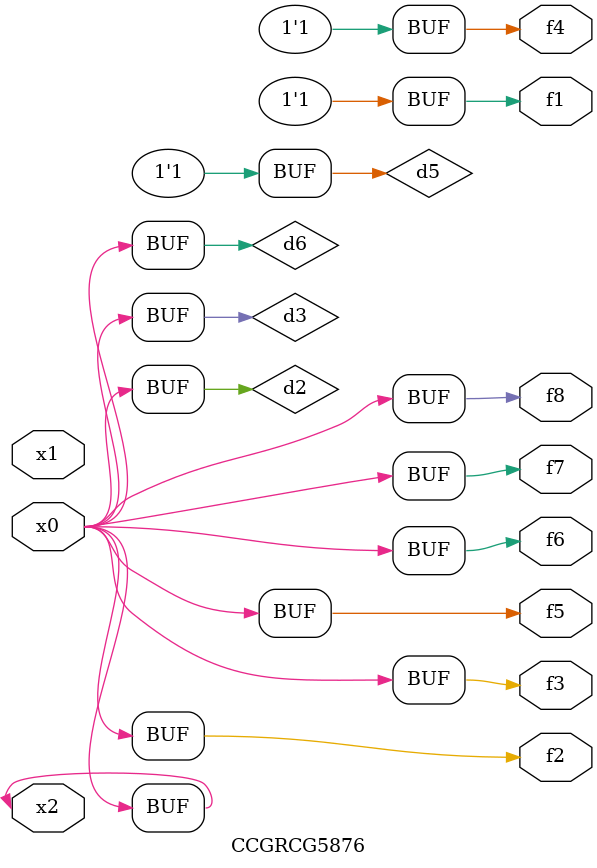
<source format=v>
module CCGRCG5876(
	input x0, x1, x2,
	output f1, f2, f3, f4, f5, f6, f7, f8
);

	wire d1, d2, d3, d4, d5, d6;

	xnor (d1, x2);
	buf (d2, x0, x2);
	and (d3, x0);
	xnor (d4, x1, x2);
	nand (d5, d1, d3);
	buf (d6, d2, d3);
	assign f1 = d5;
	assign f2 = d6;
	assign f3 = d6;
	assign f4 = d5;
	assign f5 = d6;
	assign f6 = d6;
	assign f7 = d6;
	assign f8 = d6;
endmodule

</source>
